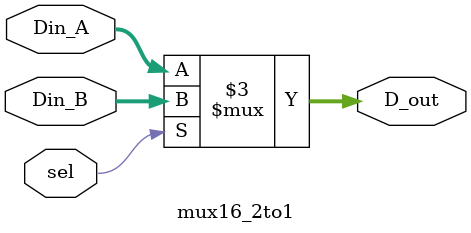
<source format=sv>
module mux16_2to1 (
	input	[15:0]	Din_A,
	input	[15:0]	Din_B,
	input			sel,
	output	logic [15:0]	D_out
);

// always block occurs when triggered by one of the inputs
always @ (Din_A or Din_B or sel)
	begin
		case (sel)
			1'b0 :		D_out = Din_A;	// if sel is 0
			default :	D_out = Din_B;	// if sel is 1 (not 0)
		endcase
	end

endmodule

</source>
